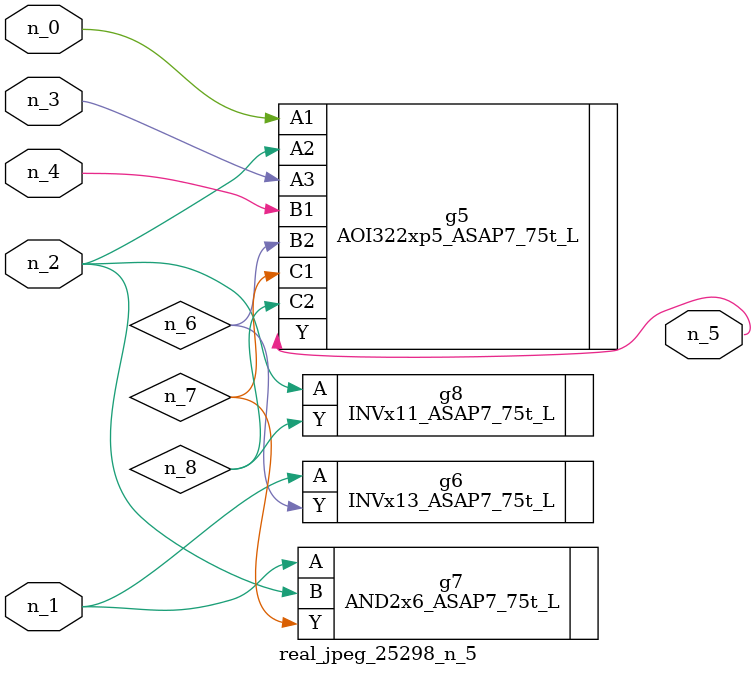
<source format=v>
module real_jpeg_25298_n_5 (n_4, n_0, n_1, n_2, n_3, n_5);

input n_4;
input n_0;
input n_1;
input n_2;
input n_3;

output n_5;

wire n_8;
wire n_6;
wire n_7;

AOI322xp5_ASAP7_75t_L g5 ( 
.A1(n_0),
.A2(n_2),
.A3(n_3),
.B1(n_4),
.B2(n_6),
.C1(n_7),
.C2(n_8),
.Y(n_5)
);

INVx13_ASAP7_75t_L g6 ( 
.A(n_1),
.Y(n_6)
);

AND2x6_ASAP7_75t_L g7 ( 
.A(n_1),
.B(n_2),
.Y(n_7)
);

INVx11_ASAP7_75t_L g8 ( 
.A(n_2),
.Y(n_8)
);


endmodule
</source>
